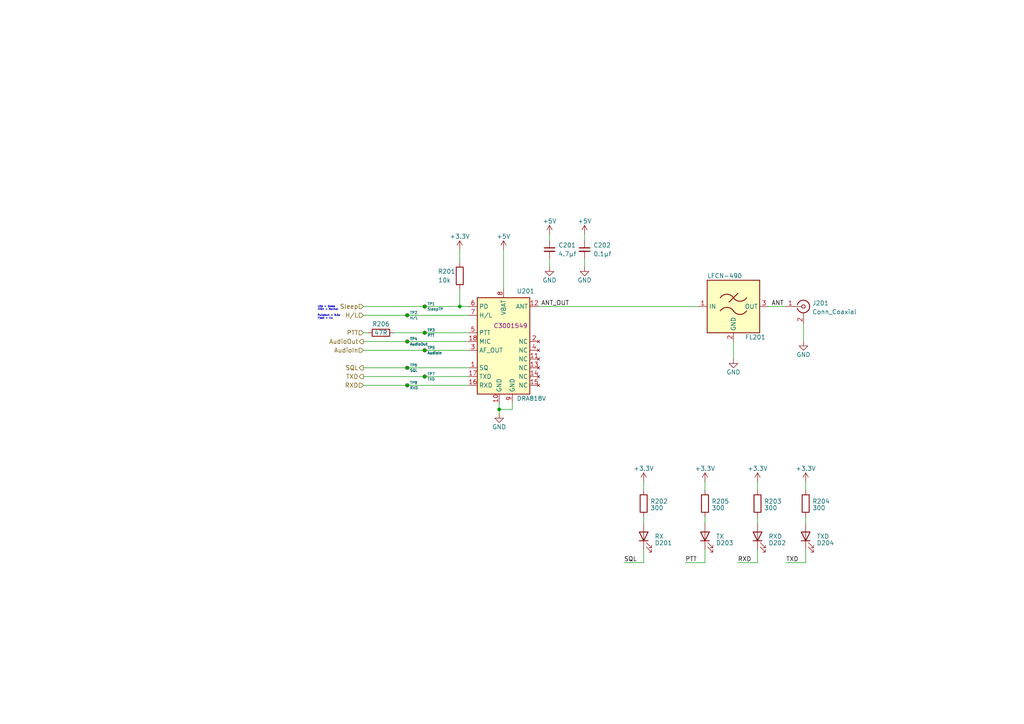
<source format=kicad_sch>
(kicad_sch (version 20250114) (generator "eeschema") (generator_version "9.0")
  (paper "A4")
  (title_block (title "Fennec Modem") (date "${ISSUE}") (rev "${REVISION}") (company "Kitsune Scientific") (comment 4 "${FULL_REVISION}"))
  (lib_symbols
    (symbol "Connector:Conn_Coaxial" (pin_names (offset 1.016) (hide yes))
      (property "Reference" "J" (at 0.254 3.048 0))
      (property "Value" "Conn_Coaxial" (at 2.921 0 90))
      (symbol "Conn_Coaxial_0_1"
        (polyline (pts (xy -2.54 0) (xy -0.508 0)))
        (arc (start 1.778 0) (mid 0.222 -1.8079) (end -1.778 -0.508) (stroke (width 0.254)))
        (arc (start -1.778 0.508) (mid 0.2221 1.8084) (end 1.778 0) (stroke (width 0.254)))
        (circle (center 0 0) (radius 0.508) (stroke (width 0.2032)))
        (polyline (pts (xy 0 -2.54) (xy 0 -1.778)))
      )
      (symbol "Conn_Coaxial_1_1"
        (pin passive line (at -5.08 0 0) (length 2.54) (name "In") (number "1"))
        (pin passive line (at 0 -5.08 90) (length 2.54) (name "Ext") (number "2"))
      )
    )
    (symbol "Connector:TestPoint_Small" (pin_numbers (hide yes)) (pin_names (offset 0.762) (hide yes))
      (property "Reference" "TP" (at 0 3.81 0))
      (property "Value" "TestPoint_Small" (at 0 2.032 0))
      (symbol "TestPoint_Small_0_1"
        (circle (center 0 0) (radius 0.508))
      )
      (symbol "TestPoint_Small_1_1"
        (pin passive line (at 0 0 90) (length 0) (name "1") (number "1"))
      )
    )
    (symbol "Device:C_Small" (pin_numbers (hide yes)) (pin_names (offset 0.254) (hide yes))
      (property "Reference" "C" (at 0.254 1.778 0))
      (property "Value" "C_Small" (at 0.254 -2.032 0))
      (symbol "C_Small_0_1"
        (polyline (pts (xy -1.524 0.508) (xy 1.524 0.508)) (stroke (width 0.3048)))
        (polyline (pts (xy -1.524 -0.508) (xy 1.524 -0.508)) (stroke (width 0.3302)))
      )
      (symbol "C_Small_1_1"
        (pin passive line (at 0 2.54 270) (length 2.032) (name "~") (number "1"))
        (pin passive line (at 0 -2.54 90) (length 2.032) (name "~") (number "2"))
      )
    )
    (symbol "Device:LED" (pin_numbers (hide yes)) (pin_names (offset 1.016) (hide yes))
      (property "Reference" "D" (at 0 2.54 0))
      (property "Value" "LED" (at 0 -2.54 0))
      (symbol "LED_0_1"
        (polyline (pts (xy -3.048 -0.762) (xy -4.572 -2.286) (xy -3.81 -2.286) (xy -4.572 -2.286) (xy -4.572 -1.524)))
        (polyline (pts (xy -1.778 -0.762) (xy -3.302 -2.286) (xy -2.54 -2.286) (xy -3.302 -2.286) (xy -3.302 -1.524)))
        (polyline (pts (xy -1.27 0) (xy 1.27 0)))
        (polyline (pts (xy -1.27 -1.27) (xy -1.27 1.27)) (stroke (width 0.254)))
        (polyline (pts (xy 1.27 -1.27) (xy 1.27 1.27) (xy -1.27 0) (xy 1.27 -1.27)) (stroke (width 0.254)))
      )
      (symbol "LED_1_1"
        (pin passive line (at -3.81 0 0) (length 2.54) (name "K") (number "1"))
        (pin passive line (at 3.81 0 180) (length 2.54) (name "A") (number "2"))
      )
    )
    (symbol "Device:R" (pin_numbers (hide yes)) (pin_names (offset 0))
      (property "Reference" "R" (at 2.032 0 90))
      (property "Value" "R" (at 0 0 90))
      (symbol "R_0_1"
        (rectangle (start -1.016 -2.54) (end 1.016 2.54) (stroke (width 0.254)))
      )
      (symbol "R_1_1"
        (pin passive line (at 0 3.81 270) (length 1.27) (name "~") (number "1"))
        (pin passive line (at 0 -3.81 90) (length 1.27) (name "~") (number "2"))
      )
    )
    (symbol "KenwoodFox:DRA818V"
      (property "Reference" "U" (at 6.35 -15.24 0))
      (property "Value" "DRA818V" (at 5.08 15.24 0))
      (property "LCSC#" "C3001549" (at 0 0 0))
      (symbol "DRA818V_0_1"
        (rectangle (start -7.62 13.97) (end 7.62 -13.97) (stroke (width 0.254)) (fill (type background)))
      )
      (symbol "DRA818V_1_1"
        (pin input line (at -10.16 11.43 0) (length 2.54) (name "PD") (number "6"))
        (pin input line (at -10.16 8.89 0) (length 2.54) (name "H/L") (number "7"))
        (pin input line (at -10.16 3.81 0) (length 2.54) (name "PTT") (number "5"))
        (pin input line (at -10.16 1.27 0) (length 2.54) (name "MIC") (number "18"))
        (pin output line (at -10.16 -1.27 0) (length 2.54) (name "AF_OUT") (number "3"))
        (pin output line (at -10.16 -6.35 0) (length 2.54) (name "SQ") (number "1"))
        (pin output line (at -10.16 -8.89 0) (length 2.54) (name "TXD") (number "17"))
        (pin input line (at -10.16 -11.43 0) (length 2.54) (name "RXD") (number "16"))
        (pin power_in line (at -1.27 -16.51 90) (length 2.54) (name "GND") (number "10"))
        (pin power_in line (at 0 16.51 270) (length 2.54) (name "VBAT") (number "8"))
        (pin power_in line (at 2.54 -16.51 90) (length 2.54) (name "GND") (number "9"))
        (pin output line (at 10.16 11.43 180) (length 2.54) (name "ANT") (number "12"))
        (pin no_connect line (at 10.16 1.27 180) (length 2.54) (name "NC") (number "2"))
        (pin no_connect line (at 10.16 -1.27 180) (length 2.54) (name "NC") (number "4"))
        (pin no_connect line (at 10.16 -3.81 180) (length 2.54) (name "NC") (number "11"))
        (pin no_connect line (at 10.16 -6.35 180) (length 2.54) (name "NC") (number "13"))
        (pin no_connect line (at 10.16 -8.89 180) (length 2.54) (name "NC") (number "14"))
        (pin no_connect line (at 10.16 -11.43 180) (length 2.54) (name "NC") (number "15"))
      )
    )
    (symbol "RF_Filter:LFCN-490"
      (property "Reference" "FL" (at 0 10.795 0))
      (property "Value" "LFCN-490" (at 0 8.89 0))
      (symbol "LFCN-490_0_1"
        (rectangle (start -7.62 7.62) (end 7.62 -7.62) (stroke (width 0.254)) (fill (type background)))
        (arc (start -3.81 2.54) (mid -1.905 3.5595) (end 0 2.54) (stroke (width 0.254)))
        (arc (start -3.81 -1.27) (mid -1.905 -0.2505) (end 0 -1.27) (stroke (width 0.254)))
        (polyline (pts (xy -1.27 1.27) (xy 1.27 3.81)) (stroke (width 0.254)))
        (arc (start 3.81 2.54) (mid 1.905 1.5205) (end 0 2.54) (stroke (width 0.254)))
        (arc (start 3.81 -1.27) (mid 1.905 -2.2895) (end 0 -1.27) (stroke (width 0.254)))
      )
      (symbol "LFCN-490_1_1"
        (pin passive line (at -10.16 0 0) (length 2.54) (name "IN") (number "1"))
        (pin passive line (at 0 -10.16 90) (length 2.54) (name "GND") (number "2"))
        (pin passive line (at 0 -10.16 90) (length 2.54) (hide yes) (name "GND") (number "4"))
        (pin passive line (at 10.16 0 180) (length 2.54) (name "OUT") (number "3"))
      )
    )
    (symbol "power:+3.3V" (power) (pin_numbers (hide yes)) (pin_names (offset 0) (hide yes))
      (property "Value" "+3.3V" (at 0 3.556 0))
      (symbol "+3.3V_0_1"
        (polyline (pts (xy -0.762 1.27) (xy 0 2.54)))
        (polyline (pts (xy 0 2.54) (xy 0.762 1.27)))
        (polyline (pts (xy 0 0) (xy 0 2.54)))
      )
      (symbol "+3.3V_1_1"
        (pin power_in line (at 0 0 90) (length 0) (name "~") (number "1"))
      )
    )
    (symbol "power:+5V" (power) (pin_names (offset 0))
      (property "Value" "+5V" (at 0 3.556 0))
      (symbol "+5V_0_1"
        (polyline (pts (xy -0.762 1.27) (xy 0 2.54)))
        (polyline (pts (xy 0 2.54) (xy 0.762 1.27)))
        (polyline (pts (xy 0 0) (xy 0 2.54)))
      )
      (symbol "+5V_1_1"
        (pin power_in line (at 0 0 90) (length 0) (hide yes) (name "+5V") (number "1"))
      )
    )
    (symbol "power:GND" (power) (pin_names (offset 0))
      (property "Value" "GND" (at 0 -3.81 0))
      (symbol "GND_0_1"
        (polyline (pts (xy 0 0) (xy 0 -1.27) (xy 1.27 -1.27) (xy 0 -2.54) (xy -1.27 -1.27) (xy 0 -1.27)))
      )
      (symbol "GND_1_1"
        (pin power_in line (at 0 0 270) (length 0) (hide yes) (name "GND") (number "1"))
      )
    )
  )
  (text "Pulldown = 0.5w\nFloat = 1w" (at 92.075 92.71 0) (effects (font (size 0.508 0.508)) (justify left bottom)))
  (text "LOW = Sleep\nHIGH = Normal" (at 92.075 90.17 0) (effects (font (size 0.508 0.508)) (justify left bottom)))
  (junction (at 123.19 96.52))
  (junction (at 123.19 109.22))
  (junction (at 123.19 88.9))
  (junction (at 133.35 88.9))
  (junction (at 123.19 101.6))
  (junction (at 118.11 106.68))
  (junction (at 118.11 91.44))
  (junction (at 144.78 118.745))
  (junction (at 118.11 99.06))
  (junction (at 118.11 111.76))
  (wire (pts (xy 222.885 88.9) (xy 227.965 88.9)))
  (wire (pts (xy 219.71 149.86) (xy 219.71 151.765)))
  (wire (pts (xy 144.78 118.745) (xy 144.78 120.015)))
  (wire (pts (xy 233.68 149.86) (xy 233.68 151.765)))
  (wire (pts (xy 118.11 111.76) (xy 135.89 111.76)))
  (wire (pts (xy 233.045 93.98) (xy 233.045 99.06)))
  (wire (pts (xy 133.35 88.9) (xy 135.89 88.9)))
  (wire (pts (xy 105.41 106.68) (xy 118.11 106.68)))
  (wire (pts (xy 123.19 88.9) (xy 133.35 88.9)))
  (wire (pts (xy 169.545 74.93) (xy 169.545 77.47)))
  (wire (pts (xy 159.385 74.93) (xy 159.385 77.47)))
  (wire (pts (xy 180.975 163.195) (xy 186.69 163.195)))
  (wire (pts (xy 148.59 116.84) (xy 148.59 118.745)))
  (wire (pts (xy 186.69 149.86) (xy 186.69 151.765)))
  (wire (pts (xy 105.41 88.9) (xy 123.19 88.9)))
  (wire (pts (xy 105.41 109.22) (xy 123.19 109.22)))
  (wire (pts (xy 213.995 163.195) (xy 219.71 163.195)))
  (wire (pts (xy 146.05 72.39) (xy 146.05 83.82)))
  (wire (pts (xy 105.41 111.76) (xy 118.11 111.76)))
  (wire (pts (xy 105.41 91.44) (xy 118.11 91.44)))
  (wire (pts (xy 148.59 118.745) (xy 144.78 118.745)))
  (wire (pts (xy 204.47 149.86) (xy 204.47 151.765)))
  (wire (pts (xy 169.545 67.945) (xy 169.545 69.85)))
  (wire (pts (xy 123.19 109.22) (xy 135.89 109.22)))
  (wire (pts (xy 105.41 99.06) (xy 118.11 99.06)))
  (wire (pts (xy 114.3 96.52) (xy 123.19 96.52)))
  (wire (pts (xy 233.68 159.385) (xy 233.68 163.195)))
  (wire (pts (xy 133.35 72.39) (xy 133.35 76.2)))
  (wire (pts (xy 105.41 96.52) (xy 106.68 96.52)))
  (wire (pts (xy 219.71 159.385) (xy 219.71 163.195)))
  (wire (pts (xy 204.47 139.7) (xy 204.47 142.24)))
  (wire (pts (xy 219.71 139.7) (xy 219.71 142.24)))
  (wire (pts (xy 118.11 91.44) (xy 135.89 91.44)))
  (wire (pts (xy 123.19 96.52) (xy 135.89 96.52)))
  (wire (pts (xy 133.35 83.82) (xy 133.35 88.9)))
  (wire (pts (xy 186.69 139.7) (xy 186.69 142.24)))
  (wire (pts (xy 105.41 101.6) (xy 123.19 101.6)))
  (wire (pts (xy 186.69 159.385) (xy 186.69 163.195)))
  (wire (pts (xy 198.755 163.195) (xy 204.47 163.195)))
  (wire (pts (xy 159.385 67.945) (xy 159.385 69.85)))
  (wire (pts (xy 118.11 99.06) (xy 135.89 99.06)))
  (wire (pts (xy 144.78 116.84) (xy 144.78 118.745)))
  (wire (pts (xy 227.965 163.195) (xy 233.68 163.195)))
  (wire (pts (xy 212.725 99.06) (xy 212.725 104.14)))
  (wire (pts (xy 204.47 159.385) (xy 204.47 163.195)))
  (wire (pts (xy 156.21 88.9) (xy 202.565 88.9)))
  (wire (pts (xy 123.19 101.6) (xy 135.89 101.6)))
  (wire (pts (xy 233.68 139.7) (xy 233.68 142.24)))
  (wire (pts (xy 118.11 106.68) (xy 135.89 106.68)))
  (label "ANT" (at 227.33 88.9 180))
  (label "SQL" (at 180.975 163.195 0))
  (label "TXD" (at 227.965 163.195 0))
  (label "PTT" (at 198.755 163.195 0))
  (label "ANT_OUT" (at 165.1 88.9 180))
  (label "RXD" (at 213.995 163.195 0))
  (hierarchical_label "AudioIn" (shape input) (at 105.41 101.6 180))
  (hierarchical_label "PTT" (shape input) (at 105.41 96.52 180))
  (hierarchical_label "AudioOut" (shape output) (at 105.41 99.06 180))
  (hierarchical_label "H{slash}L" (shape input) (at 105.41 91.44 180))
  (hierarchical_label "Sleep" (shape input) (at 105.41 88.9 180))
  (hierarchical_label "TXD" (shape output) (at 105.41 109.22 180))
  (hierarchical_label "RXD" (shape input) (at 105.41 111.76 180))
  (hierarchical_label "SQL" (shape output) (at 105.41 106.68 180))
  (symbol (lib_id "power:+5V") (at 169.545 67.945 0) (unit 1)
    (property "Reference" "#PWR0102" (effects (hide yes)))
    (property "Value" "+5V" (at 169.545 64.135 0))
  )
  (symbol (lib_id "Device:R") (at 133.35 80.01 180) (unit 1)
    (property "Reference" "R201" (at 129.54 78.74 0))
    (property "Value" "10k" (at 128.905 81.28 0))
    (property "Footprint" "Resistor_SMD:R_0805_2012Metric" (effects (hide yes)))
  )
  (symbol (lib_id "power:GND") (at 144.78 120.015 0) (unit 1)
    (property "Reference" "#PWR0110" (effects (hide yes)))
    (property "Value" "GND" (at 144.78 123.825 0))
  )
  (symbol (lib_id "power:+3.3V") (at 186.69 139.7 0) (unit 1)
    (property "Reference" "#PWR017" (effects (hide yes)))
    (property "Value" "+3.3V" (at 186.69 135.89 0))
    (property "Description" "Power symbol creates a global label with name \"+3.3V\"" (effects (hide yes)))
  )
  (symbol (lib_id "power:GND") (at 233.045 99.06 0) (unit 1)
    (property "Reference" "#PWR0108" (effects (hide yes)))
    (property "Value" "GND" (at 233.045 102.87 0))
  )
  (symbol (lib_id "power:GND") (at 212.725 104.14 0) (unit 1)
    (property "Reference" "#PWR0107" (effects (hide yes)))
    (property "Value" "GND" (at 212.725 107.95 0))
  )
  (symbol (lib_id "Device:LED") (at 204.47 155.575 90) (unit 1)
    (property "Reference" "D203" (at 207.645 157.48 90) (effects (justify right)))
    (property "Value" "TX" (at 207.645 155.575 90) (effects (justify right)))
    (property "Footprint" "LED_THT:LED_D3.0mm_Horizontal_O1.27mm_Z2.0mm" (effects (hide yes)))
  )
  (symbol (lib_id "Connector:TestPoint_Small") (at 123.19 101.6 0) (unit 1)
    (property "Reference" "TP5" (at 123.952 100.838 0) (effects (font (size 0.762 0.762)) (justify left)))
    (property "Value" "AudioIn" (at 123.952 102.362 0) (effects (font (size 0.762 0.762)) (justify left)))
    (property "Footprint" "TestPoint:TestPoint_Bridge_Pitch2.0mm_Drill0.7mm" (effects (hide yes)))
    (property "Description" "test point" (effects (hide yes)))
  )
  (symbol (lib_id "power:+5V") (at 146.05 72.39 0) (unit 1)
    (property "Reference" "#PWR0104" (effects (hide yes)))
    (property "Value" "+5V" (at 146.05 68.58 0))
  )
  (symbol (lib_id "Device:R") (at 204.47 146.05 180) (unit 1)
    (property "Reference" "R205" (at 206.375 145.415 0) (effects (justify right)))
    (property "Value" "300" (at 206.375 147.32 0) (effects (justify right)))
    (property "Footprint" "Resistor_SMD:R_0805_2012Metric" (effects (hide yes)))
  )
  (symbol (lib_id "Device:LED") (at 219.71 155.575 90) (unit 1)
    (property "Reference" "D202" (at 222.885 157.48 90) (effects (justify right)))
    (property "Value" "RXD" (at 222.885 155.575 90) (effects (justify right)))
    (property "Footprint" "LED_SMD:LED_0805_2012Metric" (effects (hide yes)))
  )
  (symbol (lib_id "power:+3.3V") (at 233.68 139.7 0) (unit 1)
    (property "Reference" "#PWR020" (effects (hide yes)))
    (property "Value" "+3.3V" (at 233.68 135.89 0))
    (property "Description" "Power symbol creates a global label with name \"+3.3V\"" (effects (hide yes)))
  )
  (symbol (lib_id "Device:R") (at 233.68 146.05 180) (unit 1)
    (property "Reference" "R204" (at 235.585 145.415 0) (effects (justify right)))
    (property "Value" "300" (at 235.585 147.32 0) (effects (justify right)))
    (property "Footprint" "Resistor_SMD:R_0805_2012Metric" (effects (hide yes)))
  )
  (symbol (lib_id "power:+5V") (at 159.385 67.945 0) (unit 1)
    (property "Reference" "#PWR0101" (effects (hide yes)))
    (property "Value" "+5V" (at 159.385 64.135 0))
  )
  (symbol (lib_id "power:+3.3V") (at 219.71 139.7 0) (unit 1)
    (property "Reference" "#PWR019" (effects (hide yes)))
    (property "Value" "+3.3V" (at 219.71 135.89 0))
    (property "Description" "Power symbol creates a global label with name \"+3.3V\"" (effects (hide yes)))
  )
  (symbol (lib_id "Device:R") (at 186.69 146.05 180) (unit 1)
    (property "Reference" "R202" (at 188.595 145.415 0) (effects (justify right)))
    (property "Value" "300" (at 188.595 147.32 0) (effects (justify right)))
    (property "Footprint" "Resistor_SMD:R_0805_2012Metric" (effects (hide yes)))
  )
  (symbol (lib_id "Connector:TestPoint_Small") (at 123.19 109.22 0) (unit 1)
    (property "Reference" "TP7" (at 123.952 108.458 0) (effects (font (size 0.762 0.762)) (justify left)))
    (property "Value" "TXD" (at 123.952 109.982 0) (effects (font (size 0.762 0.762)) (justify left)))
    (property "Footprint" "TestPoint:TestPoint_Bridge_Pitch2.0mm_Drill0.7mm" (effects (hide yes)))
    (property "Description" "test point" (effects (hide yes)))
  )
  (symbol (lib_id "Connector:TestPoint_Small") (at 123.19 96.52 0) (unit 1)
    (property "Reference" "TP3" (at 123.952 95.758 0) (effects (font (size 0.762 0.762)) (justify left)))
    (property "Value" "PTT" (at 123.952 97.282 0) (effects (font (size 0.762 0.762)) (justify left)))
    (property "Footprint" "TestPoint:TestPoint_Bridge_Pitch2.0mm_Drill0.7mm" (effects (hide yes)))
    (property "Description" "test point" (effects (hide yes)))
  )
  (symbol (lib_id "power:+3.3V") (at 133.35 72.39 0) (unit 1)
    (property "Reference" "#PWR021" (effects (hide yes)))
    (property "Value" "+3.3V" (at 133.35 68.58 0))
    (property "Description" "Power symbol creates a global label with name \"+3.3V\"" (effects (hide yes)))
  )
  (symbol (lib_id "power:GND") (at 159.385 77.47 0) (unit 1)
    (property "Reference" "#PWR0106" (effects (hide yes)))
    (property "Value" "GND" (at 159.385 81.28 0))
  )
  (symbol (lib_id "Device:C_Small") (at 159.385 72.39 0) (unit 1)
    (property "Reference" "C201" (at 161.925 71.1262 0) (effects (justify left)))
    (property "Value" "4.7μf" (at 161.925 73.6662 0) (effects (justify left)))
    (property "Footprint" "Capacitor_SMD:C_0805_2012Metric" (effects (hide yes)))
  )
  (symbol (lib_id "Device:R") (at 219.71 146.05 180) (unit 1)
    (property "Reference" "R203" (at 221.615 145.415 0) (effects (justify right)))
    (property "Value" "300" (at 221.615 147.32 0) (effects (justify right)))
    (property "Footprint" "Resistor_SMD:R_0805_2012Metric" (effects (hide yes)))
  )
  (symbol (lib_id "Device:R") (at 110.49 96.52 90) (unit 1)
    (property "Reference" "R206" (at 110.49 93.98 90))
    (property "Value" "47R" (at 110.49 96.52 90))
    (property "Footprint" "Resistor_SMD:R_0805_2012Metric" (effects (hide yes)))
  )
  (symbol (lib_id "Connector:TestPoint_Small") (at 118.11 106.68 0) (unit 1)
    (property "Reference" "TP6" (at 118.872 105.918 0) (effects (font (size 0.762 0.762)) (justify left)))
    (property "Value" "SQL" (at 118.872 107.442 0) (effects (font (size 0.762 0.762)) (justify left)))
    (property "Footprint" "TestPoint:TestPoint_Bridge_Pitch2.0mm_Drill0.7mm" (effects (hide yes)))
    (property "Description" "test point" (effects (hide yes)))
  )
  (symbol (lib_id "Connector:TestPoint_Small") (at 118.11 99.06 0) (unit 1)
    (property "Reference" "TP4" (at 118.872 98.298 0) (effects (font (size 0.762 0.762)) (justify left)))
    (property "Value" "AudioOut" (at 118.872 99.822 0) (effects (font (size 0.762 0.762)) (justify left)))
    (property "Footprint" "TestPoint:TestPoint_Bridge_Pitch2.0mm_Drill0.7mm" (effects (hide yes)))
    (property "Description" "test point" (effects (hide yes)))
  )
  (symbol (lib_id "Connector:TestPoint_Small") (at 118.11 111.76 0) (unit 1)
    (property "Reference" "TP8" (at 118.872 110.998 0) (effects (font (size 0.762 0.762)) (justify left)))
    (property "Value" "RXD" (at 118.872 112.522 0) (effects (font (size 0.762 0.762)) (justify left)))
    (property "Footprint" "TestPoint:TestPoint_Bridge_Pitch2.0mm_Drill0.7mm" (effects (hide yes)))
    (property "Description" "test point" (effects (hide yes)))
  )
  (symbol (lib_id "power:+3.3V") (at 204.47 139.7 0) (unit 1)
    (property "Reference" "#PWR018" (effects (hide yes)))
    (property "Value" "+3.3V" (at 204.47 135.89 0))
    (property "Description" "Power symbol creates a global label with name \"+3.3V\"" (effects (hide yes)))
  )
  (symbol (lib_id "Device:C_Small") (at 169.545 72.39 0) (unit 1)
    (property "Reference" "C202" (at 172.085 71.1262 0) (effects (justify left)))
    (property "Value" "0.1μf" (at 172.085 73.6662 0) (effects (justify left)))
    (property "Footprint" "Capacitor_SMD:C_0805_2012Metric" (effects (hide yes)))
  )
  (symbol (lib_id "Device:LED") (at 186.69 155.575 90) (unit 1)
    (property "Reference" "D201" (at 189.865 157.48 90) (effects (justify right)))
    (property "Value" "RX" (at 189.865 155.575 90) (effects (justify right)))
    (property "Footprint" "LED_THT:LED_D3.0mm_Horizontal_O1.27mm_Z2.0mm" (effects (hide yes)))
  )
  (symbol (lib_id "Device:LED") (at 233.68 155.575 90) (unit 1)
    (property "Reference" "D204" (at 236.855 157.48 90) (effects (justify right)))
    (property "Value" "TXD" (at 236.855 155.575 90) (effects (justify right)))
    (property "Footprint" "LED_SMD:LED_0805_2012Metric" (effects (hide yes)))
  )
  (symbol (lib_id "Connector:Conn_Coaxial") (at 233.045 88.9 0) (unit 1)
    (property "Reference" "J201" (at 235.585 87.9231 0) (effects (justify left)))
    (property "Value" "Conn_Coaxial" (at 235.585 90.4631 0) (effects (justify left)))
    (property "Footprint" "Connector_Coaxial:SMA_Amphenol_132289_EdgeMount" (effects (hide yes)))
  )
  (symbol (lib_id "power:GND") (at 169.545 77.47 0) (unit 1)
    (property "Reference" "#PWR0109" (effects (hide yes)))
    (property "Value" "GND" (at 169.545 81.28 0))
  )
  (symbol (lib_id "RF_Filter:LFCN-490") (at 212.725 88.9 0) (unit 1)
    (property "Reference" "FL201" (at 219.075 97.79 0))
    (property "Value" "LFCN-490" (at 210.185 80.01 0))
    (property "Footprint" "Filter:Filter_Mini-Circuits_FV1206" (effects (hide yes)))
    (property "Datasheet" "https://www.minicircuits.com/pdfs/LFCN-490+.pdf" (effects (hide yes)))
  )
  (symbol (lib_id "Connector:TestPoint_Small") (at 123.19 88.9 0) (unit 1)
    (property "Reference" "TP1" (at 123.952 88.138 0) (effects (font (size 0.762 0.762)) (justify left)))
    (property "Value" "SleepTP" (at 123.952 89.662 0) (effects (font (size 0.762 0.762)) (justify left)))
    (property "Footprint" "TestPoint:TestPoint_Bridge_Pitch2.0mm_Drill0.7mm" (effects (hide yes)))
    (property "Description" "test point" (effects (hide yes)))
  )
  (symbol (lib_id "KenwoodFox:DRA818V") (at 146.05 100.33 0) (unit 1)
    (property "Reference" "U201" (at 149.86 84.455 0) (effects (justify left)))
    (property "Value" "DRA818V" (at 149.86 115.57 0) (effects (justify left)))
    (property "Footprint" "KenwoodFox:DRA818V" (effects (hide yes)))
    (property "Datasheet" "https://github.com/KenwoodFox/kenwoodfox-kicad-libraries/blob/main/datasheets/DRA818V.pdf" (effects (hide yes)))
    (property "LCSC#" "C3001549" (at 148.082 94.488 0))
  )
  (symbol (lib_id "Connector:TestPoint_Small") (at 118.11 91.44 0) (unit 1)
    (property "Reference" "TP2" (at 118.872 90.678 0) (effects (font (size 0.762 0.762)) (justify left)))
    (property "Value" "H/L" (at 118.872 92.202 0) (effects (font (size 0.762 0.762)) (justify left)))
    (property "Footprint" "TestPoint:TestPoint_Bridge_Pitch2.0mm_Drill0.7mm" (effects (hide yes)))
    (property "Description" "test point" (effects (hide yes)))
  )
)
</source>
